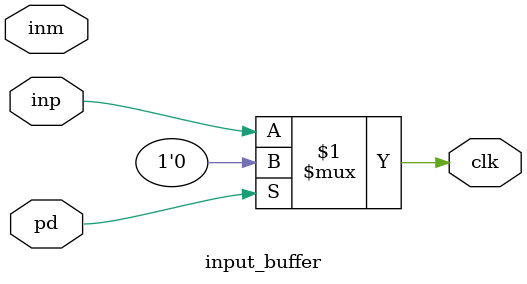
<source format=sv>
module input_buffer (
	input wire logic inp,
	input wire logic inm,
	input wire logic pd,
	
	output wire clk
);

    assign clk = pd ? 1'b0 : inp;

endmodule

</source>
